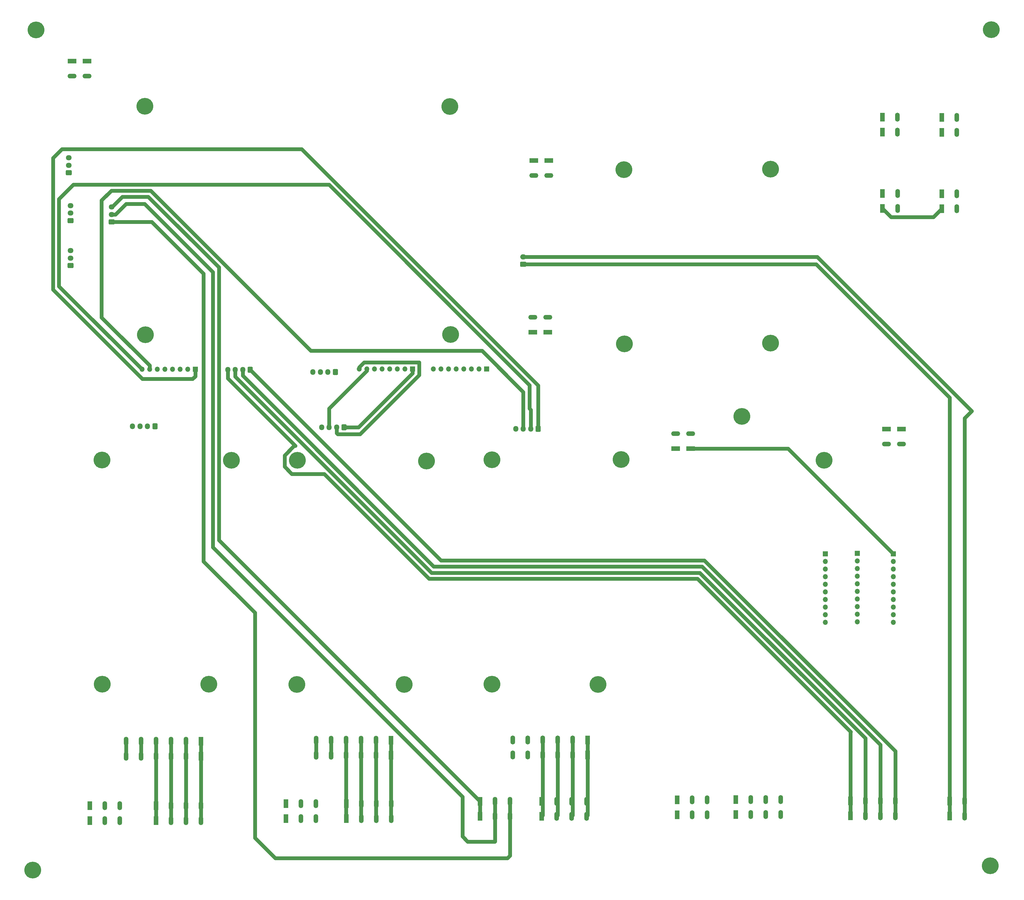
<source format=gbr>
%TF.GenerationSoftware,KiCad,Pcbnew,6.0.11-2627ca5db0~126~ubuntu22.04.1*%
%TF.CreationDate,2023-04-05T12:46:54+02:00*%
%TF.ProjectId,boxPCB,626f7850-4342-42e6-9b69-6361645f7063,rev?*%
%TF.SameCoordinates,Original*%
%TF.FileFunction,Copper,L4,Bot*%
%TF.FilePolarity,Positive*%
%FSLAX46Y46*%
G04 Gerber Fmt 4.6, Leading zero omitted, Abs format (unit mm)*
G04 Created by KiCad (PCBNEW 6.0.11-2627ca5db0~126~ubuntu22.04.1) date 2023-04-05 12:46:54*
%MOMM*%
%LPD*%
G01*
G04 APERTURE LIST*
G04 Aperture macros list*
%AMRoundRect*
0 Rectangle with rounded corners*
0 $1 Rounding radius*
0 $2 $3 $4 $5 $6 $7 $8 $9 X,Y pos of 4 corners*
0 Add a 4 corners polygon primitive as box body*
4,1,4,$2,$3,$4,$5,$6,$7,$8,$9,$2,$3,0*
0 Add four circle primitives for the rounded corners*
1,1,$1+$1,$2,$3*
1,1,$1+$1,$4,$5*
1,1,$1+$1,$6,$7*
1,1,$1+$1,$8,$9*
0 Add four rect primitives between the rounded corners*
20,1,$1+$1,$2,$3,$4,$5,0*
20,1,$1+$1,$4,$5,$6,$7,0*
20,1,$1+$1,$6,$7,$8,$9,0*
20,1,$1+$1,$8,$9,$2,$3,0*%
G04 Aperture macros list end*
%TA.AperFunction,ComponentPad*%
%ADD10R,1.500000X3.000000*%
%TD*%
%TA.AperFunction,ComponentPad*%
%ADD11O,1.500000X3.000000*%
%TD*%
%TA.AperFunction,ComponentPad*%
%ADD12RoundRect,0.250000X0.725000X-0.600000X0.725000X0.600000X-0.725000X0.600000X-0.725000X-0.600000X0*%
%TD*%
%TA.AperFunction,ComponentPad*%
%ADD13O,1.950000X1.700000*%
%TD*%
%TA.AperFunction,ComponentPad*%
%ADD14RoundRect,0.250000X0.600000X0.725000X-0.600000X0.725000X-0.600000X-0.725000X0.600000X-0.725000X0*%
%TD*%
%TA.AperFunction,ComponentPad*%
%ADD15O,1.700000X1.950000*%
%TD*%
%TA.AperFunction,ComponentPad*%
%ADD16C,5.600000*%
%TD*%
%TA.AperFunction,ComponentPad*%
%ADD17R,1.700000X1.700000*%
%TD*%
%TA.AperFunction,ComponentPad*%
%ADD18O,1.700000X1.700000*%
%TD*%
%TA.AperFunction,ComponentPad*%
%ADD19R,3.000000X1.500000*%
%TD*%
%TA.AperFunction,ComponentPad*%
%ADD20O,3.000000X1.500000*%
%TD*%
%TA.AperFunction,ComponentPad*%
%ADD21RoundRect,0.250000X0.750000X-0.600000X0.750000X0.600000X-0.750000X0.600000X-0.750000X-0.600000X0*%
%TD*%
%TA.AperFunction,ComponentPad*%
%ADD22O,2.000000X1.700000*%
%TD*%
%TA.AperFunction,Conductor*%
%ADD23C,1.250000*%
%TD*%
G04 APERTURE END LIST*
D10*
%TO.P,J105,1,Pin_1*%
%TO.N,/ENDSTOP_5V_Y1*%
X89475392Y-263430093D03*
X89475392Y-268430093D03*
D11*
%TO.P,J105,2,Pin_2*%
%TO.N,/ENDSTOP_GND_Y1*%
X94475392Y-268430093D03*
X94475392Y-263430093D03*
%TO.P,J105,3,Pin_3*%
%TO.N,/ENDSTOP_SIGNAL_Y1*%
X99475392Y-268430093D03*
X99475392Y-263430093D03*
%TD*%
D12*
%TO.P,J111,1,Pin_1*%
%TO.N,/ENDSTOP_SIGNAL_Z*%
X17045000Y-52810000D03*
D13*
%TO.P,J111,2,Pin_2*%
%TO.N,/ENDSTOP_GND_Z*%
X17045000Y-50310000D03*
%TO.P,J111,3,Pin_3*%
%TO.N,/ENDSTOP_5V_Z*%
X17045000Y-47810000D03*
%TD*%
D10*
%TO.P,J121,1,Pin_1*%
%TO.N,/RED_Y1*%
X109650392Y-263430093D03*
X109650392Y-268430093D03*
D11*
%TO.P,J121,2,Pin_2*%
%TO.N,/BLUE_Y1*%
X114650392Y-263430093D03*
X114650392Y-268430093D03*
%TO.P,J121,3,Pin_3*%
%TO.N,/GREEN_Y1*%
X119650392Y-263430093D03*
X119650392Y-268430093D03*
%TO.P,J121,4,Pin_4*%
%TO.N,/BLACK_Y1*%
X124650392Y-268430093D03*
X124650392Y-263430093D03*
%TD*%
D10*
%TO.P,J115,1,Pin_1*%
%TO.N,/BLACK_Y2*%
X190200392Y-247205093D03*
X190200392Y-242205093D03*
D11*
%TO.P,J115,2,Pin_2*%
%TO.N,/GREEN_Y2*%
X185200392Y-247205093D03*
X185200392Y-242205093D03*
%TO.P,J115,3,Pin_3*%
%TO.N,/BLUE_Y2*%
X180200392Y-247205093D03*
X180200392Y-242205093D03*
%TO.P,J115,4,Pin_4*%
%TO.N,/RED_Y2*%
X175200392Y-247205093D03*
X175200392Y-242205093D03*
%TO.P,J115,5,Pin_5*%
%TO.N,+12V*%
X170200392Y-247205093D03*
X170200392Y-242205093D03*
%TO.P,J115,6,Pin_6*%
%TO.N,GND*%
X165200392Y-247205093D03*
X165200392Y-242205093D03*
%TD*%
D14*
%TO.P,J113,1,Pin_1*%
%TO.N,/EN_X*%
X45805392Y-137450093D03*
D15*
%TO.P,J113,2,Pin_2*%
%TO.N,/DIR_X*%
X43305392Y-137450093D03*
%TO.P,J113,3,Pin_3*%
%TO.N,/CLK_X*%
X40805392Y-137450093D03*
%TO.P,J113,4,Pin_4*%
%TO.N,GND*%
X38305392Y-137450093D03*
%TD*%
D16*
%TO.P,H123,1*%
%TO.N,N/C*%
X158250000Y-148640000D03*
%TD*%
D17*
%TO.P,J137,1,Pin_1*%
%TO.N,+12V*%
X280205392Y-179850093D03*
D18*
%TO.P,J137,2,Pin_2*%
X280205392Y-182390093D03*
%TO.P,J137,3,Pin_3*%
X280205392Y-184930093D03*
%TO.P,J137,4,Pin_4*%
X280205392Y-187470093D03*
%TO.P,J137,5,Pin_5*%
X280205392Y-190010093D03*
%TO.P,J137,6,Pin_6*%
X280205392Y-192550093D03*
%TO.P,J137,7,Pin_7*%
X280205392Y-195090093D03*
%TO.P,J137,8,Pin_8*%
X280205392Y-197630093D03*
%TO.P,J137,9,Pin_9*%
X280205392Y-200170093D03*
%TO.P,J137,10,Pin_10*%
X280205392Y-202710093D03*
%TD*%
D10*
%TO.P,J120,1,Pin_1*%
%TO.N,/RED_Y2*%
X174875392Y-267655093D03*
X174875392Y-262655093D03*
D11*
%TO.P,J120,2,Pin_2*%
%TO.N,/BLUE_Y2*%
X179875392Y-262655093D03*
X179875392Y-267655093D03*
%TO.P,J120,3,Pin_3*%
%TO.N,/GREEN_Y2*%
X184875392Y-262655093D03*
X184875392Y-267655093D03*
%TO.P,J120,4,Pin_4*%
%TO.N,/BLACK_Y2*%
X189875392Y-262655093D03*
X189875392Y-267655093D03*
%TD*%
D10*
%TO.P,J131,1,Pin_1*%
%TO.N,/BLACK_E*%
X277850392Y-267505093D03*
X277850392Y-262505093D03*
D11*
%TO.P,J131,2,Pin_2*%
%TO.N,/GREEN_E*%
X282850392Y-262505093D03*
X282850392Y-267505093D03*
%TO.P,J131,3,Pin_3*%
%TO.N,/BLUE_E*%
X287850392Y-267505093D03*
X287850392Y-262505093D03*
%TO.P,J131,4,Pin_4*%
%TO.N,/RED_E*%
X292850392Y-267505093D03*
X292850392Y-262505093D03*
%TD*%
D10*
%TO.P,J104,1,Pin_1*%
%TO.N,/ENDSTOP_5V_X*%
X24075392Y-269080093D03*
X24075392Y-264080093D03*
D11*
%TO.P,J104,2,Pin_2*%
%TO.N,/ENDSTOP_GND_X*%
X29075392Y-269080093D03*
X29075392Y-264080093D03*
%TO.P,J104,3,Pin_3*%
%TO.N,/ENDSTOP_SIGNAL_X*%
X34075392Y-269080093D03*
X34075392Y-264080093D03*
%TD*%
D14*
%TO.P,J128,1,Pin_1*%
%TO.N,/RED_Z*%
X106015392Y-119350093D03*
D15*
%TO.P,J128,2,Pin_2*%
%TO.N,/BLUE_Z*%
X103515392Y-119350093D03*
%TO.P,J128,3,Pin_3*%
%TO.N,/GREEN_Z*%
X101015392Y-119350093D03*
%TO.P,J128,4,Pin_4*%
%TO.N,/BLACK_Z*%
X98515392Y-119350093D03*
%TD*%
D16*
%TO.P,H117,1*%
%TO.N,N/C*%
X128920000Y-223620000D03*
%TD*%
%TO.P,H101,1*%
%TO.N,N/C*%
X324840000Y-5050000D03*
%TD*%
D10*
%TO.P,J130,1,Pin_1*%
%TO.N,+12V*%
X288525392Y-39245093D03*
X288525392Y-34245093D03*
D11*
%TO.P,J130,2,Pin_2*%
%TO.N,GND*%
X293525392Y-39245093D03*
X293525392Y-34245093D03*
%TD*%
D16*
%TO.P,H126,1*%
%TO.N,N/C*%
X136370000Y-149070000D03*
%TD*%
D10*
%TO.P,J129,1,Pin_1*%
%TO.N,+12V*%
X308375392Y-39345093D03*
X308375392Y-34345093D03*
D11*
%TO.P,J129,2,Pin_2*%
%TO.N,GND*%
X313375392Y-34345093D03*
X313375392Y-39345093D03*
%TD*%
D16*
%TO.P,H121,1*%
%TO.N,N/C*%
X63770000Y-223550000D03*
%TD*%
D12*
%TO.P,J109,1,Pin_1*%
%TO.N,/ENDSTOP_SIGNAL_Y1*%
X17645000Y-68780000D03*
D13*
%TO.P,J109,2,Pin_2*%
%TO.N,/ENDSTOP_GND_Y1*%
X17645000Y-66280000D03*
%TO.P,J109,3,Pin_3*%
%TO.N,/ENDSTOP_5V_Y1*%
X17645000Y-63780000D03*
%TD*%
D17*
%TO.P,J101,1,Pin_1*%
%TO.N,/EN_Y2*%
X59240392Y-118385093D03*
D18*
%TO.P,J101,2,Pin_2*%
%TO.N,unconnected-(J101-Pad2)*%
X56700392Y-118385093D03*
%TO.P,J101,3,Pin_3*%
%TO.N,unconnected-(J101-Pad3)*%
X54160392Y-118385093D03*
%TO.P,J101,4,Pin_4*%
%TO.N,unconnected-(J101-Pad4)*%
X51620392Y-118385093D03*
%TO.P,J101,5,Pin_5*%
%TO.N,unconnected-(J101-Pad5)*%
X49080392Y-118385093D03*
%TO.P,J101,6,Pin_6*%
%TO.N,unconnected-(J101-Pad6)*%
X46540392Y-118385093D03*
%TO.P,J101,7,Pin_7*%
%TO.N,/CLK_Y2*%
X44000392Y-118385093D03*
%TO.P,J101,8,Pin_8*%
%TO.N,/DIR_Y2*%
X41460392Y-118385093D03*
%TD*%
D19*
%TO.P,J125,1,Pin_1*%
%TO.N,+12V*%
X172205392Y-48745093D03*
X177205392Y-48745093D03*
D20*
%TO.P,J125,2,Pin_2*%
%TO.N,GND*%
X172205392Y-53745093D03*
X177205392Y-53745093D03*
%TD*%
D16*
%TO.P,H116,1*%
%TO.N,N/C*%
X28180000Y-223560000D03*
%TD*%
D12*
%TO.P,J108,1,Pin_1*%
%TO.N,/ENDSTOP_SIGNAL_X*%
X17585000Y-83800000D03*
D13*
%TO.P,J108,2,Pin_2*%
%TO.N,/ENDSTOP_GND_X*%
X17585000Y-81300000D03*
%TO.P,J108,3,Pin_3*%
%TO.N,/ENDSTOP_5V_X*%
X17585000Y-78800000D03*
%TD*%
D17*
%TO.P,J103,1,Pin_1*%
%TO.N,/EN_Y1*%
X131755392Y-118295093D03*
D18*
%TO.P,J103,2,Pin_2*%
%TO.N,unconnected-(J103-Pad2)*%
X129215392Y-118295093D03*
%TO.P,J103,3,Pin_3*%
%TO.N,unconnected-(J103-Pad3)*%
X126675392Y-118295093D03*
%TO.P,J103,4,Pin_4*%
%TO.N,unconnected-(J103-Pad4)*%
X124135392Y-118295093D03*
%TO.P,J103,5,Pin_5*%
%TO.N,unconnected-(J103-Pad5)*%
X121595392Y-118295093D03*
%TO.P,J103,6,Pin_6*%
%TO.N,unconnected-(J103-Pad6)*%
X119055392Y-118295093D03*
%TO.P,J103,7,Pin_7*%
%TO.N,/CLK_Y1*%
X116515392Y-118295093D03*
%TO.P,J103,8,Pin_8*%
%TO.N,/DIR_Y1*%
X113975392Y-118295093D03*
%TD*%
D16*
%TO.P,H110,1*%
%TO.N,N/C*%
X202310000Y-51760000D03*
%TD*%
%TO.P,H112,1*%
%TO.N,N/C*%
X193670000Y-223630000D03*
%TD*%
D19*
%TO.P,J119,1,Pin_1*%
%TO.N,GND*%
X294915392Y-138415093D03*
X289915392Y-138415093D03*
D20*
%TO.P,J119,2,Pin_2*%
%TO.N,+12V*%
X289915392Y-143415093D03*
X294915392Y-143415093D03*
%TD*%
D16*
%TO.P,H113,1*%
%TO.N,N/C*%
X144430000Y-106820000D03*
%TD*%
%TO.P,H124,1*%
%TO.N,N/C*%
X202420000Y-109920000D03*
%TD*%
D17*
%TO.P,J102,1,Pin_1*%
%TO.N,/EN_X*%
X156510392Y-118295093D03*
D18*
%TO.P,J102,2,Pin_2*%
%TO.N,unconnected-(J102-Pad2)*%
X153970392Y-118295093D03*
%TO.P,J102,3,Pin_3*%
%TO.N,unconnected-(J102-Pad3)*%
X151430392Y-118295093D03*
%TO.P,J102,4,Pin_4*%
%TO.N,unconnected-(J102-Pad4)*%
X148890392Y-118295093D03*
%TO.P,J102,5,Pin_5*%
%TO.N,unconnected-(J102-Pad5)*%
X146350392Y-118295093D03*
%TO.P,J102,6,Pin_6*%
%TO.N,unconnected-(J102-Pad6)*%
X143810392Y-118295093D03*
%TO.P,J102,7,Pin_7*%
%TO.N,/CLK_X*%
X141270392Y-118295093D03*
%TO.P,J102,8,Pin_8*%
%TO.N,/DIR_X*%
X138730392Y-118295093D03*
%TD*%
D10*
%TO.P,J133,1,Pin_1*%
%TO.N,+5V*%
X308385392Y-64795093D03*
X308385392Y-59795093D03*
D11*
%TO.P,J133,2,Pin_2*%
%TO.N,GND*%
X313385392Y-64795093D03*
X313385392Y-59795093D03*
%TD*%
D16*
%TO.P,H111,1*%
%TO.N,N/C*%
X71300000Y-148820000D03*
%TD*%
%TO.P,H103,1*%
%TO.N,N/C*%
X201330000Y-148520000D03*
%TD*%
D10*
%TO.P,J132,1,Pin_1*%
%TO.N,/BLACK_Z*%
X239575392Y-267080093D03*
X239575392Y-262080093D03*
D11*
%TO.P,J132,2,Pin_2*%
%TO.N,/GREEN_Z*%
X244575392Y-267080093D03*
X244575392Y-262080093D03*
%TO.P,J132,3,Pin_3*%
%TO.N,/BLUE_Z*%
X249575392Y-262080093D03*
X249575392Y-267080093D03*
%TO.P,J132,4,Pin_4*%
%TO.N,/RED_Z*%
X254575392Y-267080093D03*
X254575392Y-262080093D03*
%TD*%
D14*
%TO.P,J114,1,Pin_1*%
%TO.N,/EN_Y1*%
X108925392Y-137755093D03*
D15*
%TO.P,J114,2,Pin_2*%
%TO.N,/DIR_Y1*%
X106425392Y-137755093D03*
%TO.P,J114,3,Pin_3*%
%TO.N,/CLK_Y1*%
X103925392Y-137755093D03*
%TO.P,J114,4,Pin_4*%
%TO.N,GND*%
X101425392Y-137755093D03*
%TD*%
D16*
%TO.P,H125,1*%
%TO.N,N/C*%
X28150000Y-148740000D03*
%TD*%
D10*
%TO.P,J116,1,Pin_1*%
%TO.N,/BLACK_Y1*%
X124575392Y-242280093D03*
X124575392Y-247280093D03*
D11*
%TO.P,J116,2,Pin_2*%
%TO.N,/GREEN_Y1*%
X119575392Y-242280093D03*
X119575392Y-247280093D03*
%TO.P,J116,3,Pin_3*%
%TO.N,/BLUE_Y1*%
X114575392Y-247280093D03*
X114575392Y-242280093D03*
%TO.P,J116,4,Pin_4*%
%TO.N,/RED_Y1*%
X109575392Y-247280093D03*
X109575392Y-242280093D03*
%TO.P,J116,5,Pin_5*%
%TO.N,+12V*%
X104575392Y-242280093D03*
X104575392Y-247280093D03*
%TO.P,J116,6,Pin_6*%
%TO.N,GND*%
X99575392Y-247280093D03*
X99575392Y-242280093D03*
%TD*%
D16*
%TO.P,H119,1*%
%TO.N,N/C*%
X42580000Y-106870000D03*
%TD*%
%TO.P,H118,1*%
%TO.N,N/C*%
X144220000Y-30720000D03*
%TD*%
D10*
%TO.P,J134,1,Pin_1*%
%TO.N,+5V*%
X288595392Y-59725093D03*
X288595392Y-64725093D03*
D11*
%TO.P,J134,2,Pin_2*%
%TO.N,GND*%
X293595392Y-64725093D03*
X293595392Y-59725093D03*
%TD*%
D10*
%TO.P,J117,1,Pin_1*%
%TO.N,/BLACK_X*%
X61125392Y-242630093D03*
X61125392Y-247630093D03*
D11*
%TO.P,J117,2,Pin_2*%
%TO.N,/GREEN_X*%
X56125392Y-247630093D03*
X56125392Y-242630093D03*
%TO.P,J117,3,Pin_3*%
%TO.N,/BLUE_X*%
X51125392Y-242630093D03*
X51125392Y-247630093D03*
%TO.P,J117,4,Pin_4*%
%TO.N,/RED_X*%
X46125392Y-247630093D03*
X46125392Y-242630093D03*
%TO.P,J117,5,Pin_5*%
%TO.N,+12V*%
X41125392Y-242630093D03*
X41125392Y-247630093D03*
%TO.P,J117,6,Pin_6*%
%TO.N,GND*%
X36125392Y-247630093D03*
X36125392Y-242630093D03*
%TD*%
D10*
%TO.P,J106,1,Pin_1*%
%TO.N,/ENDSTOP_5V_Y2*%
X154275392Y-262630093D03*
X154275392Y-267630093D03*
D11*
%TO.P,J106,2,Pin_2*%
%TO.N,/ENDSTOP_GND_Y2*%
X159275392Y-267630093D03*
X159275392Y-262630093D03*
%TO.P,J106,3,Pin_3*%
%TO.N,/ENDSTOP_SIGNAL_Y2*%
X164275392Y-267630093D03*
X164275392Y-262630093D03*
%TD*%
D19*
%TO.P,J135,1,Pin_1*%
%TO.N,+12V*%
X18095392Y-15555093D03*
X23095392Y-15555093D03*
D20*
%TO.P,J135,2,Pin_2*%
%TO.N,GND*%
X18095392Y-20555093D03*
X23095392Y-20555093D03*
%TD*%
D14*
%TO.P,J112,1,Pin_1*%
%TO.N,/EN_Y2*%
X173675392Y-138300093D03*
D15*
%TO.P,J112,2,Pin_2*%
%TO.N,/DIR_Y2*%
X171175392Y-138300093D03*
%TO.P,J112,3,Pin_3*%
%TO.N,/CLK_Y2*%
X168675392Y-138300093D03*
%TO.P,J112,4,Pin_4*%
%TO.N,GND*%
X166175392Y-138300093D03*
%TD*%
D10*
%TO.P,J122,1,Pin_1*%
%TO.N,/RED_X*%
X46125392Y-269080093D03*
X46125392Y-264080093D03*
D11*
%TO.P,J122,2,Pin_2*%
%TO.N,/BLUE_X*%
X51125392Y-269080093D03*
X51125392Y-264080093D03*
%TO.P,J122,3,Pin_3*%
%TO.N,/GREEN_X*%
X56125392Y-264080093D03*
X56125392Y-269080093D03*
%TO.P,J122,4,Pin_4*%
%TO.N,/BLACK_X*%
X61125392Y-264080093D03*
X61125392Y-269080093D03*
%TD*%
D16*
%TO.P,H122,1*%
%TO.N,N/C*%
X269040000Y-148810000D03*
%TD*%
D10*
%TO.P,J107,1,Pin_1*%
%TO.N,/ENDSTOP_5V_Z*%
X220025392Y-262155093D03*
X220025392Y-267155093D03*
D11*
%TO.P,J107,2,Pin_2*%
%TO.N,/ENDSTOP_GND_Z*%
X225025392Y-262155093D03*
X225025392Y-267155093D03*
%TO.P,J107,3,Pin_3*%
%TO.N,/ENDSTOP_SIGNAL_Z*%
X230025392Y-262155093D03*
X230025392Y-267155093D03*
%TD*%
D14*
%TO.P,J127,1,Pin_1*%
%TO.N,/RED_E*%
X77575392Y-118555093D03*
D15*
%TO.P,J127,2,Pin_2*%
%TO.N,/BLUE_E*%
X75075392Y-118555093D03*
%TO.P,J127,3,Pin_3*%
%TO.N,/GREEN_E*%
X72575392Y-118555093D03*
%TO.P,J127,4,Pin_4*%
%TO.N,/BLACK_E*%
X70075392Y-118555093D03*
%TD*%
D16*
%TO.P,H108,1*%
%TO.N,N/C*%
X324540000Y-284210000D03*
%TD*%
%TO.P,H106,1*%
%TO.N,N/C*%
X42460000Y-30590000D03*
%TD*%
%TO.P,H114,1*%
%TO.N,N/C*%
X6100000Y-5130000D03*
%TD*%
%TO.P,H105,1*%
%TO.N,N/C*%
X93300000Y-148800000D03*
%TD*%
D10*
%TO.P,J123,1,Pin_1*%
%TO.N,/AIRBRUSH_PLUS*%
X311000392Y-267580093D03*
X311000392Y-262580093D03*
D11*
%TO.P,J123,2,Pin_2*%
%TO.N,/AIRBRUSH_MINUS*%
X316000392Y-262580093D03*
X316000392Y-267580093D03*
%TD*%
D17*
%TO.P,J136,1,Pin_1*%
%TO.N,GND*%
X269465392Y-180075093D03*
D18*
%TO.P,J136,2,Pin_2*%
X269465392Y-182615093D03*
%TO.P,J136,3,Pin_3*%
X269465392Y-185155093D03*
%TO.P,J136,4,Pin_4*%
X269465392Y-187695093D03*
%TO.P,J136,5,Pin_5*%
X269465392Y-190235093D03*
%TO.P,J136,6,Pin_6*%
X269465392Y-192775093D03*
%TO.P,J136,7,Pin_7*%
X269465392Y-195315093D03*
%TO.P,J136,8,Pin_8*%
X269465392Y-197855093D03*
%TO.P,J136,9,Pin_9*%
X269465392Y-200395093D03*
%TO.P,J136,10,Pin_10*%
X269465392Y-202935093D03*
%TD*%
D19*
%TO.P,J126,1,Pin_1*%
%TO.N,+5V*%
X176915392Y-106025093D03*
X171915392Y-106025093D03*
D20*
%TO.P,J126,2,Pin_2*%
%TO.N,GND*%
X176915392Y-101025093D03*
X171915392Y-101025093D03*
%TD*%
D16*
%TO.P,H107,1*%
%TO.N,N/C*%
X93170000Y-223650000D03*
%TD*%
D17*
%TO.P,J138,1,Pin_1*%
%TO.N,+5V*%
X292155392Y-180000093D03*
D18*
%TO.P,J138,2,Pin_2*%
X292155392Y-182540093D03*
%TO.P,J138,3,Pin_3*%
X292155392Y-185080093D03*
%TO.P,J138,4,Pin_4*%
X292155392Y-187620093D03*
%TO.P,J138,5,Pin_5*%
X292155392Y-190160093D03*
%TO.P,J138,6,Pin_6*%
X292155392Y-192700093D03*
%TO.P,J138,7,Pin_7*%
X292155392Y-195240093D03*
%TO.P,J138,8,Pin_8*%
X292155392Y-197780093D03*
%TO.P,J138,9,Pin_9*%
X292155392Y-200320093D03*
%TO.P,J138,10,Pin_10*%
X292155392Y-202860093D03*
%TD*%
D19*
%TO.P,J124,1,Pin_1*%
%TO.N,+5V*%
X224585392Y-144935093D03*
X219585392Y-144935093D03*
D20*
%TO.P,J124,2,Pin_2*%
%TO.N,GND*%
X224585392Y-139935093D03*
X219585392Y-139935093D03*
%TD*%
D21*
%TO.P,J118,1,Pin_1*%
%TO.N,/AIRBRUSH_PLUS*%
X168680392Y-83365093D03*
D22*
%TO.P,J118,2,Pin_2*%
%TO.N,/AIRBRUSH_MINUS*%
X168680392Y-80865093D03*
%TD*%
D16*
%TO.P,H104,1*%
%TO.N,N/C*%
X158220000Y-223520000D03*
%TD*%
%TO.P,H109,1*%
%TO.N,N/C*%
X251240000Y-51590000D03*
%TD*%
%TO.P,H120,1*%
%TO.N,N/C*%
X241649810Y-134138929D03*
%TD*%
D12*
%TO.P,J110,1,Pin_1*%
%TO.N,/ENDSTOP_SIGNAL_Y2*%
X31310000Y-69210000D03*
D13*
%TO.P,J110,2,Pin_2*%
%TO.N,/ENDSTOP_GND_Y2*%
X31310000Y-66710000D03*
%TO.P,J110,3,Pin_3*%
%TO.N,/ENDSTOP_5V_Y2*%
X31310000Y-64210000D03*
%TD*%
D16*
%TO.P,H115,1*%
%TO.N,N/C*%
X251210000Y-109680000D03*
%TD*%
%TO.P,H102,1*%
%TO.N,N/C*%
X5020000Y-285650000D03*
%TD*%
D23*
%TO.N,/ENDSTOP_SIGNAL_Y2*%
X31310000Y-69210000D02*
X44720000Y-69210000D01*
X44720000Y-69210000D02*
X62020000Y-86510000D01*
X62020000Y-86510000D02*
X62020000Y-182590000D01*
X62020000Y-182590000D02*
X79140000Y-199710000D01*
X79140000Y-199710000D02*
X79140000Y-274850000D01*
X79140000Y-274850000D02*
X85920000Y-281630000D01*
X85920000Y-281630000D02*
X163400000Y-281630000D01*
X163400000Y-281630000D02*
X164275392Y-280754608D01*
X164275392Y-280754608D02*
X164275392Y-262630093D01*
%TO.N,/EN_Y2*%
X41568673Y-121640000D02*
X58330000Y-121640000D01*
X11760391Y-91831718D02*
X41568673Y-121640000D01*
X59240392Y-120729608D02*
X59240392Y-118385093D01*
X173675392Y-138300093D02*
X173675392Y-123776965D01*
X58330000Y-121640000D02*
X59240392Y-120729608D01*
X94788519Y-44890092D02*
X14764426Y-44890092D01*
X11760391Y-47894127D02*
X11760391Y-91831718D01*
X14764426Y-44890092D02*
X11760391Y-47894127D01*
X173675392Y-123776965D02*
X94788519Y-44890092D01*
%TO.N,/CLK_Y2*%
X44000392Y-117148467D02*
X44000392Y-118385093D01*
X44388427Y-58800000D02*
X31224518Y-58800000D01*
X97838427Y-112250000D02*
X44388427Y-58800000D01*
X27990391Y-101138466D02*
X44000392Y-117148467D01*
X27990391Y-62034127D02*
X27990391Y-101138466D01*
X154915299Y-112250000D02*
X97838427Y-112250000D01*
X168675392Y-138300093D02*
X168675392Y-126010093D01*
X168675392Y-126010093D02*
X154915299Y-112250000D01*
X31224518Y-58800000D02*
X27990391Y-62034127D01*
%TO.N,/DIR_Y2*%
X171175392Y-131904608D02*
X170770000Y-131499216D01*
X170770000Y-131499216D02*
X170770000Y-123700000D01*
X103870000Y-56800000D02*
X18584518Y-56800000D01*
X18584518Y-56800000D02*
X13760391Y-61624127D01*
X13760391Y-90685092D02*
X41460392Y-118385093D01*
X13760391Y-61624127D02*
X13760391Y-90685092D01*
X170770000Y-123700000D02*
X103870000Y-56800000D01*
X171175392Y-138300093D02*
X171175392Y-131904608D01*
%TO.N,/EN_Y1*%
X108925392Y-137755093D02*
X113734907Y-137755093D01*
X131755392Y-119734608D02*
X131755392Y-118295093D01*
X113734907Y-137755093D02*
X131755392Y-119734608D01*
%TO.N,/CLK_Y1*%
X116515392Y-118901719D02*
X116515392Y-118295093D01*
X103925392Y-137755093D02*
X103925392Y-131491719D01*
X103925392Y-131491719D02*
X116515392Y-118901719D01*
%TO.N,/DIR_Y1*%
X133980392Y-120338035D02*
X133980392Y-116070093D01*
X106425392Y-137755093D02*
X106425392Y-139730093D01*
X133980392Y-116070093D02*
X115593766Y-116070093D01*
X114213335Y-140105093D02*
X133980392Y-120338035D01*
X115593766Y-116070093D02*
X113975392Y-117688467D01*
X106425392Y-139730093D02*
X106800392Y-140105093D01*
X113975392Y-117688467D02*
X113975392Y-118295093D01*
X106800392Y-140105093D02*
X114213335Y-140105093D01*
%TO.N,/ENDSTOP_5V_Y2*%
X43560000Y-60800000D02*
X34910485Y-60800000D01*
X67125000Y-175479701D02*
X67125000Y-84365000D01*
X154275392Y-262630093D02*
X67125000Y-175479701D01*
X67125000Y-84365000D02*
X43560000Y-60800000D01*
X154275392Y-267630093D02*
X154275392Y-262630093D01*
X34910485Y-60800000D02*
X31465392Y-64245093D01*
%TO.N,/ENDSTOP_GND_Y2*%
X32588489Y-66745093D02*
X36133582Y-63200000D01*
X159275392Y-276014608D02*
X159275392Y-262630093D01*
X148440000Y-261144701D02*
X148440000Y-274380000D01*
X65125000Y-177829701D02*
X148440000Y-261144701D01*
X36133582Y-63200000D02*
X42320000Y-63200000D01*
X148440000Y-274380000D02*
X150160000Y-276100000D01*
X65125000Y-86005000D02*
X65125000Y-177829701D01*
X159190000Y-276100000D02*
X159275392Y-276014608D01*
X150160000Y-276100000D02*
X159190000Y-276100000D01*
X31465392Y-66745093D02*
X32588489Y-66745093D01*
X42320000Y-63200000D02*
X65125000Y-86005000D01*
%TO.N,GND*%
X36125392Y-242630093D02*
X36125392Y-247630093D01*
X99575392Y-242280093D02*
X99575392Y-247280093D01*
%TO.N,/BLACK_Y2*%
X190200392Y-267330093D02*
X189875392Y-267655093D01*
X190200392Y-242205093D02*
X190200392Y-267330093D01*
%TO.N,/GREEN_Y2*%
X185200392Y-242205093D02*
X185200392Y-267330093D01*
X185200392Y-267330093D02*
X184875392Y-267655093D01*
%TO.N,/BLUE_Y2*%
X180200392Y-267330093D02*
X179875392Y-267655093D01*
X180200392Y-242205093D02*
X180200392Y-267330093D01*
%TO.N,/RED_Y2*%
X175200392Y-242205093D02*
X175200392Y-267330093D01*
X175200392Y-267330093D02*
X174875392Y-267655093D01*
%TO.N,/BLACK_Y1*%
X124575392Y-242280093D02*
X124575392Y-268355093D01*
X124575392Y-268355093D02*
X124650392Y-268430093D01*
%TO.N,/GREEN_Y1*%
X119575392Y-242280093D02*
X119575392Y-268355093D01*
X119575392Y-268355093D02*
X119650392Y-268430093D01*
%TO.N,/BLUE_Y1*%
X114575392Y-268355093D02*
X114650392Y-268430093D01*
X114575392Y-242280093D02*
X114575392Y-268355093D01*
%TO.N,/RED_Y1*%
X109575392Y-268355093D02*
X109650392Y-268430093D01*
X109575392Y-242280093D02*
X109575392Y-268355093D01*
%TO.N,/BLACK_X*%
X61125392Y-242630093D02*
X61125392Y-269080093D01*
X61125392Y-242630093D02*
X61125392Y-247630093D01*
%TO.N,/GREEN_X*%
X56125392Y-269080093D02*
X56125392Y-242630093D01*
X56125392Y-242630093D02*
X56125392Y-247630093D01*
%TO.N,/BLUE_X*%
X51125392Y-242630093D02*
X51125392Y-247630093D01*
X51125392Y-269080093D02*
X51125392Y-242630093D01*
%TO.N,/RED_X*%
X46125392Y-269080093D02*
X46125392Y-242630093D01*
X46125392Y-242630093D02*
X46125392Y-247630093D01*
%TO.N,+12V*%
X41125392Y-242630093D02*
X41125392Y-247630093D01*
X104575392Y-242280093D02*
X104575392Y-247280093D01*
%TO.N,+5V*%
X292155392Y-180000093D02*
X257090392Y-144935093D01*
X305580392Y-67600093D02*
X291470392Y-67600093D01*
X257090392Y-144935093D02*
X224585392Y-144935093D01*
X308385392Y-64795093D02*
X305580392Y-67600093D01*
X291470392Y-67600093D02*
X288595392Y-64725093D01*
%TO.N,/BLACK_E*%
X277937358Y-239492642D02*
X277850392Y-239579608D01*
X92195658Y-144000000D02*
X89050000Y-147145658D01*
X70075392Y-118555093D02*
X70075392Y-121435392D01*
X91490779Y-153370779D02*
X102259222Y-153370779D01*
X277850392Y-239579608D02*
X277850392Y-267505093D01*
X137248444Y-188360000D02*
X226804716Y-188360000D01*
X70075392Y-121435392D02*
X92640000Y-144000000D01*
X226804716Y-188360000D02*
X277937358Y-239492642D01*
X89050000Y-147145658D02*
X89050000Y-150930000D01*
X89050000Y-150930000D02*
X91490779Y-153370779D01*
X92640000Y-144000000D02*
X92195658Y-144000000D01*
X102259222Y-153370779D02*
X137248444Y-188360000D01*
%TO.N,/GREEN_E*%
X138076871Y-186360000D02*
X227633144Y-186360000D01*
X72575392Y-120858521D02*
X138076871Y-186360000D01*
X282850392Y-241669608D02*
X282850392Y-267505093D01*
X227633144Y-186360000D02*
X282896572Y-241623428D01*
X72575392Y-118555093D02*
X72575392Y-120858521D01*
X282896572Y-241623428D02*
X282850392Y-241669608D01*
%TO.N,/BLUE_E*%
X75075392Y-118555093D02*
X75075392Y-120530093D01*
X228331572Y-184230000D02*
X287850392Y-243748820D01*
X287850392Y-243748820D02*
X287850392Y-267505093D01*
X75075392Y-120530093D02*
X138775299Y-184230000D01*
X138775299Y-184230000D02*
X228331572Y-184230000D01*
%TO.N,/RED_E*%
X292850392Y-245920392D02*
X292850392Y-267505093D01*
X141250299Y-182230000D02*
X229160000Y-182230000D01*
X77575392Y-118555093D02*
X141250299Y-182230000D01*
X229160000Y-182230000D02*
X292850392Y-245920392D01*
%TO.N,/AIRBRUSH_MINUS*%
X318350000Y-132390000D02*
X316000392Y-134739608D01*
X168680392Y-80865093D02*
X266825093Y-80865093D01*
X266825093Y-80865093D02*
X318350000Y-132390000D01*
X316000392Y-134739608D02*
X316000392Y-267580093D01*
%TO.N,/AIRBRUSH_PLUS*%
X311000392Y-127868820D02*
X266496665Y-83365093D01*
X311000392Y-267580093D02*
X311000392Y-262580093D01*
X266496665Y-83365093D02*
X168680392Y-83365093D01*
X311000392Y-262580093D02*
X311000392Y-127868820D01*
%TD*%
M02*

</source>
